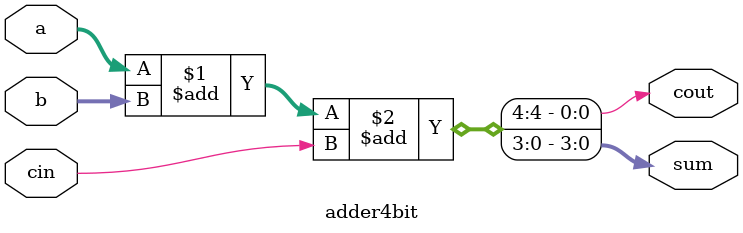
<source format=v>
module adder8bit(input [7:0]a,b, input cin, output [7:0]sum, output cout);
	wire c4;
	adder4bit f1(.a(a[3:0]),.b(b[3:0]),.cin(cin),.sum(sum[3:0]),.cout(c4));
	adder4bit f2(.a(a[7:4]),.b(b[7:4]),.cin(c4),.sum(sum[7:4]),.cout(cout));
endmodule

module adder4bit(input [3:0]a,b, input cin, output [3:0]sum, output cout);
	assign {cout,sum}=a+b+cin;
endmodule

</source>
